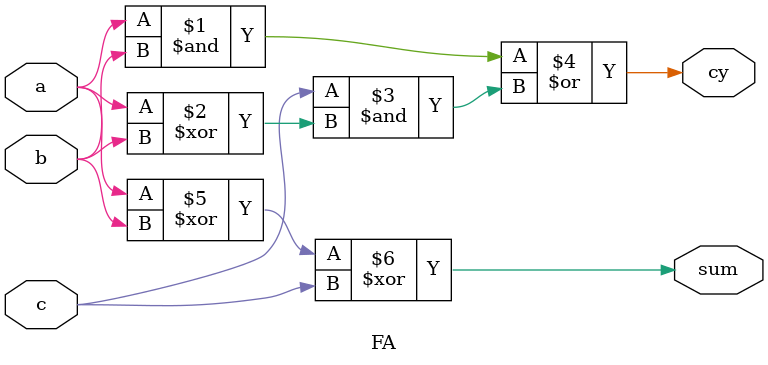
<source format=v>
`timescale 1ns / 1ps
module FA(a,b,c,cy,sum);
input a,b,c;
output cy,sum;
assign cy=(a&b)|c&(a^b);
assign sum=(a^b)^c;
endmodule

</source>
